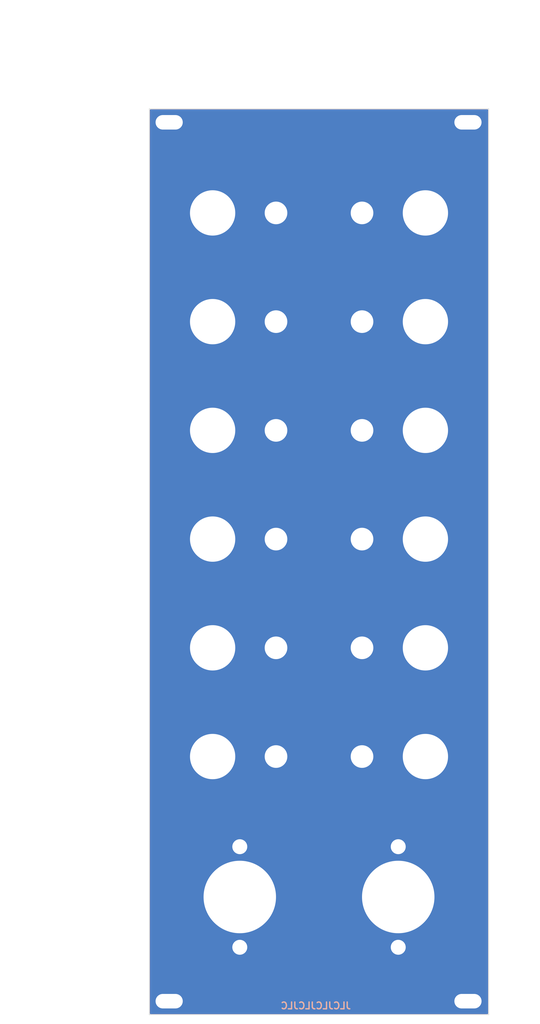
<source format=kicad_pcb>
(kicad_pcb (version 20171130) (host pcbnew 5.1.6+dfsg1-1)
  (title_block (title Freezer))
  (layers (0 F.Cu signal) (31 B.Cu signal) (34 B.Paste user) (35 F.Paste user) (36 B.SilkS user) (37 F.SilkS user) (38 B.Mask user) (39 F.Mask user) (44 Edge.Cuts user))
  (net 0 "")
  (net 1 GND)
  (module midi2trigger_panel:12 (layer F.Cu) (at 97 156)
    (fp_text reference G*** hide)
    (fp_text value LOGO hide)
  )
  (module midi2trigger_panel:11 (layer F.Cu) (at 97 132)
    (fp_text reference G*** hide)
    (fp_text value LOGO hide)
  )
  (module midi2trigger_panel:10 (layer F.Cu) (at 97 108)
    (fp_text reference G*** hide)
    (fp_text value LOGO hide)
  )
  (module midi2trigger_panel:9 (layer F.Cu) (at 97 84)
    (fp_text reference G*** hide)
    (fp_text value LOGO hide)
  )
  (module midi2trigger_panel:8 (layer F.Cu) (at 97 60)
    (fp_text reference G*** hide)
    (fp_text value LOGO hide)
  )
  (module midi2trigger_panel:7 (layer F.Cu) (at 97 36)
    (fp_text reference G*** hide)
    (fp_text value LOGO hide)
  )
  (module midi2trigger_panel:6 (layer F.Cu) (at 78 156)
    (fp_text reference G*** hide)
    (fp_text value LOGO hide)
  )
  (module midi2trigger_panel:5 (layer F.Cu) (at 78 132)
    (fp_text reference G*** hide)
    (fp_text value LOGO hide)
  )
  (module midi2trigger_panel:4 (layer F.Cu) (at 78 108)
    (fp_text reference G*** hide)
    (fp_text value LOGO hide)
  )
  (module midi2trigger_panel:3 (layer F.Cu) (at 78 84)
    (fp_text reference G*** hide)
    (fp_text value LOGO hide)
  )
  (module Kosmo_panel_analogoutput:Kosmo_Panel_Dual_Slotted_Mounting_Hole (layer F.Cu) (at 119 217)
    (fp_text reference REF** hide)
    (fp_text value Kosmo_Panel_Dual_Slotted_Mounting_Hole)
    (pad 1 thru_hole oval (at 1.4 0) (size 6.8 4) (drill oval 6 3.2) (layers *.Cu *.Mask) (net 1 GND))
    (pad 1 thru_hole oval (at 1.4 -194) (size 6.8 4) (drill oval 6 3.2) (layers *.Cu *.Mask) (net 1 GND))
  )
  (module Kosmo_panel_analogoutput:Kosmo_Panel_Dual_Slotted_Mounting_Hole (layer F.Cu) (at 53 217)
    (fp_text reference REF** hide)
    (fp_text value Kosmo_Panel_Dual_Slotted_Mounting_Hole)
    (pad 1 thru_hole oval (at 1.4 -194) (size 6.8 4) (drill oval 6 3.2) (layers *.Cu *.Mask) (net 1 GND))
    (pad 1 thru_hole oval (at 1.4 0) (size 6.8 4) (drill oval 6 3.2) (layers *.Cu *.Mask) (net 1 GND))
  )
  (module midi2trigger_panel:2 (layer F.Cu) (at 78.2 60)
    (fp_text reference G*** hide)
    (fp_text value LOGO hide)
  )
  (module midi2trigger_panel:logo_3 (layer F.Cu) (at 84.1 213.7)
    (fp_text reference G*** hide)
    (fp_text value LOGO hide)
  )
  (module midi2trigger_panel:thru (layer F.Cu) (at 104.8 177.9)
    (fp_text reference G*** hide)
    (fp_text value LOGO hide)
  )
  (module midi2trigger_panel:in (layer F.Cu) (at 70.4 177.6)
    (fp_text reference G*** hide)
    (fp_text value LOGO hide)
  )
  (module midi2trigger_panel:midi2trigate (layer F.Cu) (at 88.4 27)
    (fp_text reference G*** hide)
    (fp_text value LOGO hide)
  )
  (module midi2trigger_panel:1 (layer F.Cu) (at 77.6 35.5)
    (fp_text reference G*** hide)
    (fp_text value LOGO hide)
  )
  (module midi2trigger_panel:Kosmo_midi (layer F.Cu) (at 105 194 90)
    (fp_text reference REF**)
    (fp_text value Kosmo_midi)
    (pad 1 thru_hole circle (at 0 0 90) (size 17.5 17.5) (drill 16) (layers *.Cu *.Mask) (net 1 GND))
    (pad 1 thru_hole circle (at 11.1 0 90) (size 4 4) (drill 3.3) (layers *.Cu *.Mask) (net 1 GND))
    (pad 1 thru_hole circle (at -11.1 0 90) (size 4 4) (drill 3.3) (layers *.Cu *.Mask) (net 1 GND))
  )
  (module midi2trigger_panel:Kosmo_midi (layer F.Cu) (at 70 194 90)
    (fp_text reference REF**)
    (fp_text value Kosmo_midi)
    (pad 1 thru_hole circle (at -11.1 0 90) (size 4 4) (drill 3.3) (layers *.Cu *.Mask) (net 1 GND))
    (pad 1 thru_hole circle (at 11.1 0 90) (size 4 4) (drill 3.3) (layers *.Cu *.Mask) (net 1 GND))
    (pad 1 thru_hole circle (at 0 0 90) (size 17.5 17.5) (drill 16) (layers *.Cu *.Mask) (net 1 GND))
  )
  (module Kosmo_panel:Kosmo_LED_Hole (layer F.Cu) (at 97 163)
    (fp_text reference REF**)
    (fp_text value Kosmo_LED_Hole)
    (pad 1 thru_hole circle (at 0 0) (size 5.5 5.5) (drill 5) (layers *.Cu *.Mask) (net 1 GND))
  )
  (module Kosmo_panel:Kosmo_LED_Hole (layer F.Cu) (at 78 163)
    (fp_text reference REF**)
    (fp_text value Kosmo_LED_Hole)
    (pad 1 thru_hole circle (at 0 0) (size 5.5 5.5) (drill 5) (layers *.Cu *.Mask) (net 1 GND))
  )
  (module Kosmo_panel:Kosmo_LED_Hole (layer F.Cu) (at 97 139)
    (fp_text reference REF**)
    (fp_text value Kosmo_LED_Hole)
    (pad 1 thru_hole circle (at 0 0) (size 5.5 5.5) (drill 5) (layers *.Cu *.Mask) (net 1 GND))
  )
  (module Kosmo_panel:Kosmo_LED_Hole (layer F.Cu) (at 78 139)
    (fp_text reference REF**)
    (fp_text value Kosmo_LED_Hole)
    (pad 1 thru_hole circle (at 0 0) (size 5.5 5.5) (drill 5) (layers *.Cu *.Mask) (net 1 GND))
  )
  (module Kosmo_panel:Kosmo_LED_Hole (layer F.Cu) (at 97 115)
    (fp_text reference REF**)
    (fp_text value Kosmo_LED_Hole)
    (pad 1 thru_hole circle (at 0 0) (size 5.5 5.5) (drill 5) (layers *.Cu *.Mask) (net 1 GND))
  )
  (module Kosmo_panel:Kosmo_LED_Hole (layer F.Cu) (at 78 115)
    (fp_text reference REF**)
    (fp_text value Kosmo_LED_Hole)
    (pad 1 thru_hole circle (at 0 0) (size 5.5 5.5) (drill 5) (layers *.Cu *.Mask) (net 1 GND))
  )
  (module Kosmo_panel:Kosmo_LED_Hole (layer F.Cu) (at 97 91)
    (fp_text reference REF**)
    (fp_text value Kosmo_LED_Hole)
    (pad 1 thru_hole circle (at 0 0) (size 5.5 5.5) (drill 5) (layers *.Cu *.Mask) (net 1 GND))
  )
  (module Kosmo_panel:Kosmo_LED_Hole (layer F.Cu) (at 78 91)
    (fp_text reference REF**)
    (fp_text value Kosmo_LED_Hole)
    (pad 1 thru_hole circle (at 0 0) (size 5.5 5.5) (drill 5) (layers *.Cu *.Mask) (net 1 GND))
  )
  (module Kosmo_panel:Kosmo_LED_Hole (layer F.Cu) (at 97 67)
    (fp_text reference REF**)
    (fp_text value Kosmo_LED_Hole)
    (pad 1 thru_hole circle (at 0 0) (size 5.5 5.5) (drill 5) (layers *.Cu *.Mask) (net 1 GND))
  )
  (module Kosmo_panel:Kosmo_LED_Hole (layer F.Cu) (at 78 67)
    (fp_text reference REF**)
    (fp_text value Kosmo_LED_Hole)
    (pad 1 thru_hole circle (at 0 0) (size 5.5 5.5) (drill 5) (layers *.Cu *.Mask) (net 1 GND))
  )
  (module Kosmo_panel:Kosmo_LED_Hole (layer F.Cu) (at 97 43)
    (fp_text reference REF**)
    (fp_text value Kosmo_LED_Hole)
    (pad 1 thru_hole circle (at 0 0) (size 5.5 5.5) (drill 5) (layers *.Cu *.Mask) (net 1 GND))
  )
  (module Kosmo_panel:Kosmo_LED_Hole (layer F.Cu) (at 78 43)
    (fp_text reference REF**)
    (fp_text value Kosmo_LED_Hole)
    (pad 1 thru_hole circle (at 0 0) (size 5.5 5.5) (drill 5) (layers *.Cu *.Mask) (net 1 GND))
  )
  (module Kosmo_panel:Kosmo_Jack_Hole (layer F.Cu) (at 111 163)
    (fp_text reference " " (at 0 -11) (layer F.SilkS))
    (fp_text value Kosmo_Jack_Hole)
    (pad 1 thru_hole circle (at 0 0) (size 14 14) (drill 10) (layers *.Cu *.Mask) (net 1 GND))
  )
  (module Kosmo_panel:Kosmo_Jack_Hole (layer F.Cu) (at 64 163)
    (fp_text reference " " (at 0 -11) (layer F.SilkS))
    (fp_text value Kosmo_Jack_Hole)
    (pad 1 thru_hole circle (at 0 0) (size 14 14) (drill 10) (layers *.Cu *.Mask) (net 1 GND))
  )
  (module Kosmo_panel:Kosmo_Jack_Hole (layer F.Cu) (at 111 139)
    (fp_text reference " " (at 0 -11) (layer F.SilkS))
    (fp_text value Kosmo_Jack_Hole)
    (pad 1 thru_hole circle (at 0 0) (size 14 14) (drill 10) (layers *.Cu *.Mask) (net 1 GND))
  )
  (module Kosmo_panel:Kosmo_Jack_Hole (layer F.Cu) (at 64 139)
    (fp_text reference " " (at 0 -11) (layer F.SilkS))
    (fp_text value Kosmo_Jack_Hole)
    (pad 1 thru_hole circle (at 0 0) (size 14 14) (drill 10) (layers *.Cu *.Mask) (net 1 GND))
  )
  (module Kosmo_panel:Kosmo_Jack_Hole (layer F.Cu) (at 111 115)
    (fp_text reference " " (at 0 -11) (layer F.SilkS))
    (fp_text value Kosmo_Jack_Hole)
    (pad 1 thru_hole circle (at 0 0) (size 14 14) (drill 10) (layers *.Cu *.Mask) (net 1 GND))
  )
  (module Kosmo_panel:Kosmo_Jack_Hole (layer F.Cu) (at 64 115)
    (fp_text reference " " (at 0 -11) (layer F.SilkS))
    (fp_text value Kosmo_Jack_Hole)
    (pad 1 thru_hole circle (at 0 0) (size 14 14) (drill 10) (layers *.Cu *.Mask) (net 1 GND))
  )
  (module Kosmo_panel:Kosmo_Jack_Hole (layer F.Cu) (at 64 91)
    (fp_text reference " " (at 0 -11) (layer F.SilkS))
    (fp_text value Kosmo_Jack_Hole)
    (pad 1 thru_hole circle (at 0 0) (size 14 14) (drill 10) (layers *.Cu *.Mask) (net 1 GND))
  )
  (module Kosmo_panel:Kosmo_Jack_Hole (layer F.Cu) (at 64 43)
    (fp_text reference " " (at 0 -11) (layer F.SilkS))
    (fp_text value Kosmo_Jack_Hole)
    (pad 1 thru_hole circle (at 0 0) (size 14 14) (drill 10) (layers *.Cu *.Mask) (net 1 GND))
  )
  (module Kosmo_panel:Kosmo_Jack_Hole (layer F.Cu) (at 111 43)
    (fp_text reference " " (at 0 -11) (layer F.SilkS))
    (fp_text value Kosmo_Jack_Hole)
    (pad 1 thru_hole circle (at 0 0) (size 14 14) (drill 10) (layers *.Cu *.Mask) (net 1 GND))
  )
  (module Kosmo_panel:Kosmo_Jack_Hole (layer F.Cu) (at 111 91)
    (fp_text reference " " (at 0 -11) (layer F.SilkS))
    (fp_text value Kosmo_Jack_Hole)
    (pad 1 thru_hole circle (at 0 0) (size 14 14) (drill 10) (layers *.Cu *.Mask) (net 1 GND))
  )
  (module Kosmo_panel:Kosmo_Jack_Hole (layer F.Cu) (at 111 67)
    (fp_text reference " " (at 0 -11) (layer F.SilkS))
    (fp_text value Kosmo_Jack_Hole)
    (pad 1 thru_hole circle (at 0 0) (size 14 14) (drill 10) (layers *.Cu *.Mask) (net 1 GND))
  )
  (module Kosmo_panel:Kosmo_Jack_Hole (layer F.Cu) (at 64 67)
    (fp_text reference " " (at 0 -11) (layer F.SilkS))
    (fp_text value Kosmo_Jack_Hole)
    (pad 1 thru_hole circle (at 0 0) (size 14 14) (drill 10) (layers *.Cu *.Mask) (net 1 GND))
  )
  (gr_text JLCJLCJLCJLC (at 86.8 218) (layer B.SilkS) (effects (font (size 1.5 1.5) (thickness 0.3)) (justify mirror)))
  (gr_line (start 50 220) (end 50 84.5) (layer Edge.Cuts) (width 0.1))
  (gr_line (start 125 20) (end 50 20) (layer Edge.Cuts) (width 0.1))
  (gr_line (start 125 129.75) (end 125 20) (layer Edge.Cuts) (width 0.1))
  (gr_line (start 50 84.5) (end 50 20) (layer Edge.Cuts) (width 0.1))
  (gr_line (start 125 129.75) (end 125 220) (layer Edge.Cuts) (width 0.1))
  (gr_line (start 125 220) (end 50 220) (layer Edge.Cuts) (width 0.1))
  (zone (net 1) (net_name GND) (layer F.Cu) (connect_pads yes (clearance 0.1)) (min_thickness 0.254) (fill yes (arc_segments 32) (thermal_gap 0.508) (thermal_bridge_width 0.508))
    (polygon (pts (xy 125.222 129.54) (xy 125.5 220.5) (xy 49.5 220.5) (xy 49.5 84) (xy 49.5 19) (xy 125.5 19.5)))
  )
  (zone (net 1) (net_name GND) (layer B.Cu) (connect_pads yes (clearance 0.1)) (min_thickness 0.254) (fill yes (arc_segments 32) (thermal_gap 0.508) (thermal_bridge_width 0.508))
    (polygon (pts (xy 49.5 19.5) (xy 125.5 19.5) (xy 126.039313 128.500378) (xy 125.5 220.5) (xy 49.5 220.5) (xy 49 83.5)))
  )
)
</source>
